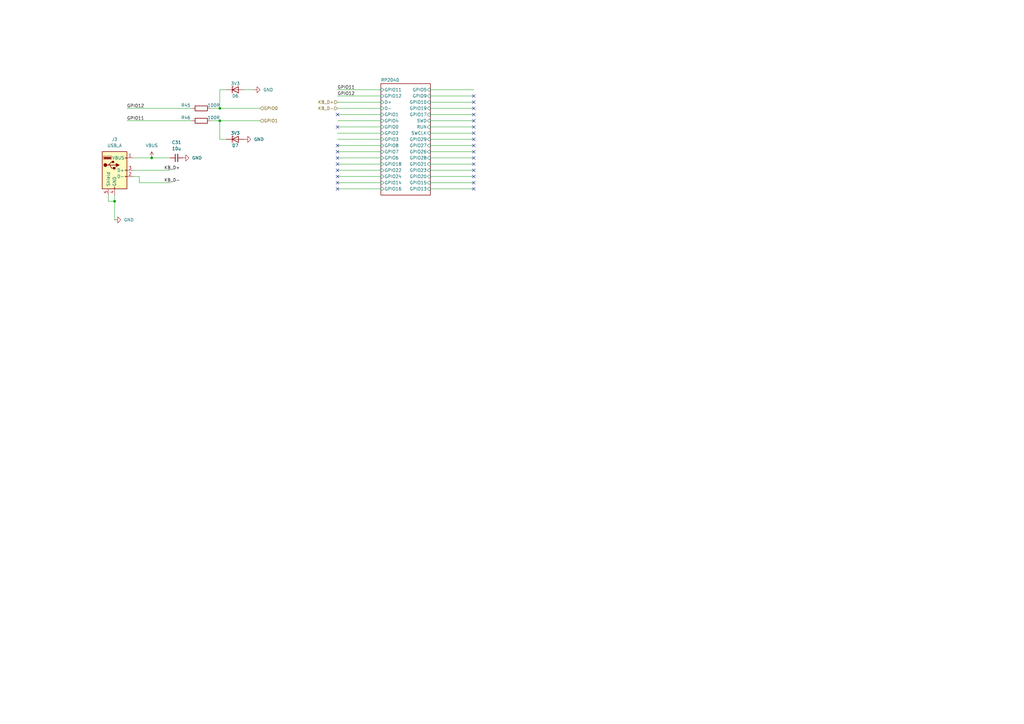
<source format=kicad_sch>
(kicad_sch (version 20231120) (generator "eeschema") (generator_version "8.0")
  (paper "A3")
  (title_block (title "FRANK2") (date "2024-11-21") (rev "1.0") (company "Mikhail Matveev") (comment 1 "https://github.com/xtremespb/frank2"))
  (lib_symbols
    (symbol "Connector:USB_A" (pin_names (offset 1.016))
      (property "Reference" "J" (at -5.08 11.43 0))
      (property "Value" "USB_A" (at -5.08 8.89 0))
      (symbol "USB_A_0_1"
        (rectangle (start -5.08 -7.62) (end 5.08 7.62) (stroke (width 0.254)) (fill (type background)))
        (circle (center -3.81 2.159) (radius 0.635) (stroke (width 0.254)) (fill (type outline)))
        (rectangle (start -1.524 4.826) (end -4.318 5.334) (fill (type outline)))
        (rectangle (start -1.27 4.572) (end -4.572 5.842))
        (circle (center -0.635 3.429) (radius 0.381) (stroke (width 0.254)) (fill (type outline)))
        (rectangle (start -0.127 -7.62) (end 0.127 -6.858))
        (polyline (pts (xy -3.175 2.159) (xy -2.54 2.159) (xy -1.27 3.429) (xy -0.635 3.429)) (stroke (width 0.254)))
        (polyline (pts (xy -2.54 2.159) (xy -1.905 2.159) (xy -1.27 0.889) (xy 0 0.889)) (stroke (width 0.254)))
        (polyline (pts (xy 0.635 2.794) (xy 0.635 1.524) (xy 1.905 2.159) (xy 0.635 2.794)) (stroke (width 0.254)) (fill (type outline)))
        (rectangle (start 0.254 1.27) (end -0.508 0.508) (stroke (width 0.254)) (fill (type outline)))
        (rectangle (start 5.08 -2.667) (end 4.318 -2.413))
        (rectangle (start 5.08 -0.127) (end 4.318 0.127))
        (rectangle (start 5.08 4.953) (end 4.318 5.207))
      )
      (symbol "USB_A_1_1"
        (polyline (pts (xy -1.905 2.159) (xy 0.635 2.159)) (stroke (width 0.254)))
        (pin power_in line (at 7.62 5.08 180) (length 2.54) (name "VBUS") (number "1"))
        (pin bidirectional line (at 7.62 -2.54 180) (length 2.54) (name "D-") (number "2"))
        (pin bidirectional line (at 7.62 0 180) (length 2.54) (name "D+") (number "3"))
        (pin power_in line (at 0 -10.16 90) (length 2.54) (name "GND") (number "4"))
        (pin passive line (at -2.54 -10.16 90) (length 2.54) (name "Shield") (number "5"))
      )
    )
    (symbol "Device:C_Small" (pin_numbers hide) (pin_names (offset 0.254) hide)
      (property "Reference" "C" (at 0.254 1.778 0))
      (property "Value" "C_Small" (at 0.254 -2.032 0))
      (symbol "C_Small_0_1"
        (polyline (pts (xy -1.524 -0.508) (xy 1.524 -0.508)) (stroke (width 0.3302)))
        (polyline (pts (xy -1.524 0.508) (xy 1.524 0.508)) (stroke (width 0.3048)))
      )
      (symbol "C_Small_1_1"
        (pin passive line (at 0 2.54 270) (length 2.032) (name "~") (number "1"))
        (pin passive line (at 0 -2.54 90) (length 2.032) (name "~") (number "2"))
      )
    )
    (symbol "Device:D_Zener" (pin_numbers hide) (pin_names (offset 1.016) hide)
      (property "Reference" "D" (at 0 2.54 0))
      (property "Value" "D_Zener" (at 0 -2.54 0))
      (symbol "D_Zener_0_1"
        (polyline (pts (xy 1.27 0) (xy -1.27 0)))
        (polyline (pts (xy -1.27 -1.27) (xy -1.27 1.27) (xy -0.762 1.27)) (stroke (width 0.254)))
        (polyline (pts (xy 1.27 -1.27) (xy 1.27 1.27) (xy -1.27 0) (xy 1.27 -1.27)) (stroke (width 0.254)))
      )
      (symbol "D_Zener_1_1"
        (pin passive line (at -3.81 0 0) (length 2.54) (name "K") (number "1"))
        (pin passive line (at 3.81 0 180) (length 2.54) (name "A") (number "2"))
      )
    )
    (symbol "Device:R" (pin_numbers hide) (pin_names (offset 0))
      (property "Reference" "R" (at 2.032 0 90))
      (property "Value" "R" (at 0 0 90))
      (symbol "R_0_1"
        (rectangle (start -1.016 -2.54) (end 1.016 2.54) (stroke (width 0.254)))
      )
      (symbol "R_1_1"
        (pin passive line (at 0 3.81 270) (length 1.27) (name "~") (number "1"))
        (pin passive line (at 0 -3.81 90) (length 1.27) (name "~") (number "2"))
      )
    )
    (symbol "GND_1" (power) (pin_numbers hide) (pin_names (offset 0) hide)
      (property "Value" "GND" (at 0 -3.81 0))
      (symbol "GND_1_0_1"
        (polyline (pts (xy 0 0) (xy 0 -1.27) (xy 1.27 -1.27) (xy 0 -2.54) (xy -1.27 -1.27) (xy 0 -1.27)))
      )
      (symbol "GND_1_1_1"
        (pin power_in line (at 0 0 270) (length 0) (name "~") (number "1"))
      )
    )
    (symbol "GND_2" (power) (pin_numbers hide) (pin_names (offset 0) hide)
      (property "Value" "GND" (at 0 -3.81 0))
      (symbol "GND_2_0_1"
        (polyline (pts (xy 0 0) (xy 0 -1.27) (xy 1.27 -1.27) (xy 0 -2.54) (xy -1.27 -1.27) (xy 0 -1.27)))
      )
      (symbol "GND_2_1_1"
        (pin power_in line (at 0 0 270) (length 0) (name "~") (number "1"))
      )
    )
    (symbol "power:GND" (power) (pin_names (offset 0))
      (property "Value" "GND" (at 0 -3.81 0))
      (symbol "GND_0_1"
        (polyline (pts (xy 0 0) (xy 0 -1.27) (xy 1.27 -1.27) (xy 0 -2.54) (xy -1.27 -1.27) (xy 0 -1.27)))
      )
      (symbol "GND_1_1"
        (pin power_in line (at 0 0 270) (length 0) hide (name "GND") (number "1"))
      )
    )
    (symbol "power:VBUS" (power) (pin_numbers hide) (pin_names (offset 0) hide)
      (property "Value" "VBUS" (at 0 3.556 0))
      (symbol "VBUS_0_1"
        (polyline (pts (xy -0.762 1.27) (xy 0 2.54)))
        (polyline (pts (xy 0 0) (xy 0 2.54)))
        (polyline (pts (xy 0 2.54) (xy 0.762 1.27)))
      )
      (symbol "VBUS_1_1"
        (pin power_in line (at 0 0 90) (length 0) (name "~") (number "1"))
      )
    )
  )
  (junction (at 90.17 49.53))
  (junction (at 46.99 82.55))
  (junction (at 90.17 44.45))
  (junction (at 62.23 64.77))
  (no_connect (at 194.31 77.47))
  (no_connect (at 194.31 44.45))
  (no_connect (at 194.31 72.39))
  (no_connect (at 138.43 46.99))
  (no_connect (at 138.43 67.31))
  (no_connect (at 138.43 64.77))
  (no_connect (at 138.43 74.93))
  (no_connect (at 138.43 62.23))
  (no_connect (at 194.31 46.99))
  (no_connect (at 194.31 49.53))
  (no_connect (at 138.43 77.47))
  (no_connect (at 138.43 59.69))
  (no_connect (at 194.31 67.31))
  (no_connect (at 194.31 39.37))
  (no_connect (at 194.31 74.93))
  (no_connect (at 194.31 41.91))
  (no_connect (at 194.31 52.07))
  (no_connect (at 194.31 57.15))
  (no_connect (at 194.31 59.69))
  (no_connect (at 194.31 62.23))
  (no_connect (at 138.43 52.07))
  (no_connect (at 194.31 64.77))
  (no_connect (at 194.31 69.85))
  (no_connect (at 138.43 69.85))
  (no_connect (at 138.43 72.39))
  (no_connect (at 194.31 54.61))
  (wire (pts (xy 176.53 62.23) (xy 194.31 62.23)))
  (wire (pts (xy 90.17 44.45) (xy 106.68 44.45)))
  (wire (pts (xy 57.15 72.39) (xy 57.15 74.93)))
  (wire (pts (xy 138.43 64.77) (xy 156.21 64.77)))
  (wire (pts (xy 52.07 49.53) (xy 78.74 49.53)))
  (wire (pts (xy 54.61 64.77) (xy 62.23 64.77)))
  (wire (pts (xy 138.43 44.45) (xy 156.21 44.45)))
  (wire (pts (xy 46.99 80.01) (xy 46.99 82.55)))
  (wire (pts (xy 92.71 57.15) (xy 90.17 57.15)))
  (wire (pts (xy 138.43 39.37) (xy 156.21 39.37)))
  (wire (pts (xy 176.53 59.69) (xy 194.31 59.69)))
  (wire (pts (xy 138.43 49.53) (xy 156.21 49.53)))
  (wire (pts (xy 90.17 49.53) (xy 86.36 49.53)))
  (wire (pts (xy 138.43 57.15) (xy 156.21 57.15)))
  (wire (pts (xy 90.17 49.53) (xy 106.68 49.53)))
  (wire (pts (xy 92.71 36.83) (xy 90.17 36.83)))
  (wire (pts (xy 138.43 46.99) (xy 156.21 46.99)))
  (wire (pts (xy 138.43 77.47) (xy 156.21 77.47)))
  (wire (pts (xy 46.99 82.55) (xy 46.99 90.17)))
  (wire (pts (xy 90.17 57.15) (xy 90.17 49.53)))
  (wire (pts (xy 176.53 39.37) (xy 194.31 39.37)))
  (wire (pts (xy 176.53 67.31) (xy 194.31 67.31)))
  (wire (pts (xy 176.53 46.99) (xy 194.31 46.99)))
  (wire (pts (xy 100.33 36.83) (xy 104.14 36.83)))
  (wire (pts (xy 138.43 72.39) (xy 156.21 72.39)))
  (wire (pts (xy 62.23 64.77) (xy 69.85 64.77)))
  (wire (pts (xy 138.43 41.91) (xy 156.21 41.91)))
  (wire (pts (xy 176.53 64.77) (xy 194.31 64.77)))
  (wire (pts (xy 52.07 44.45) (xy 78.74 44.45)))
  (wire (pts (xy 176.53 36.83) (xy 194.31 36.83)))
  (wire (pts (xy 57.15 74.93) (xy 69.85 74.93)))
  (wire (pts (xy 176.53 57.15) (xy 194.31 57.15)))
  (wire (pts (xy 176.53 77.47) (xy 194.31 77.47)))
  (wire (pts (xy 176.53 49.53) (xy 194.31 49.53)))
  (wire (pts (xy 176.53 54.61) (xy 194.31 54.61)))
  (wire (pts (xy 90.17 36.83) (xy 90.17 44.45)))
  (wire (pts (xy 54.61 72.39) (xy 57.15 72.39)))
  (wire (pts (xy 90.17 44.45) (xy 86.36 44.45)))
  (wire (pts (xy 54.61 69.85) (xy 69.85 69.85)))
  (wire (pts (xy 138.43 59.69) (xy 156.21 59.69)))
  (wire (pts (xy 138.43 74.93) (xy 156.21 74.93)))
  (wire (pts (xy 176.53 44.45) (xy 194.31 44.45)))
  (wire (pts (xy 138.43 67.31) (xy 156.21 67.31)))
  (wire (pts (xy 176.53 69.85) (xy 194.31 69.85)))
  (wire (pts (xy 44.45 82.55) (xy 46.99 82.55)))
  (wire (pts (xy 44.45 80.01) (xy 44.45 82.55)))
  (wire (pts (xy 176.53 72.39) (xy 194.31 72.39)))
  (wire (pts (xy 138.43 36.83) (xy 156.21 36.83)))
  (wire (pts (xy 138.43 52.07) (xy 156.21 52.07)))
  (wire (pts (xy 176.53 74.93) (xy 194.31 74.93)))
  (wire (pts (xy 176.53 41.91) (xy 194.31 41.91)))
  (wire (pts (xy 138.43 69.85) (xy 156.21 69.85)))
  (wire (pts (xy 176.53 52.07) (xy 194.31 52.07)))
  (wire (pts (xy 138.43 62.23) (xy 156.21 62.23)))
  (wire (pts (xy 138.43 54.61) (xy 156.21 54.61)))
  (label "GPIO12" (at 138.43 39.37 0))
  (label "GPIO11" (at 138.43 36.83 0))
  (label "GPIO12" (at 52.07 44.45 0))
  (label "GPIO11" (at 52.07 49.53 0))
  (label "KB_D-" (at 67.31 74.93 0))
  (label "KB_D+" (at 67.31 69.85 0))
  (hierarchical_label "GPIO1" (shape input) (at 106.68 49.53 0))
  (hierarchical_label "GPIO0" (shape input) (at 106.68 44.45 0))
  (hierarchical_label "KB_D+" (shape input) (at 138.43 41.91 180))
  (hierarchical_label "KB_D-" (shape input) (at 138.43 44.45 180))
  (symbol (lib_id "Device:C_Small") (at 72.39 64.77 90) (unit 1)
    (property "Reference" "C31" (at 72.3963 58.42 90))
    (property "Value" "10u" (at 72.3963 60.96 90))
    (property "Footprint" "Capacitor_SMD:C_0805_2012Metric_Pad1.18x1.45mm_HandSolder" (effects (hide yes)))
    (property "Description" "Unpolarized capacitor, small symbol" (effects (hide yes)))
  )
  (symbol (lib_id "power:GND") (at 104.14 36.83 90) (unit 1)
    (property "Reference" "#PWR062" (effects (hide yes)))
    (property "Value" "GND" (at 107.95 36.8299 90) (effects (justify right)))
  )
  (symbol (lib_id "power:GND") (at 100.33 57.15 90) (unit 1)
    (property "Reference" "#PWR061" (effects (hide yes)))
    (property "Value" "GND" (at 104.14 57.1499 90) (effects (justify right)))
  )
  (symbol (lib_id "power:VBUS") (at 62.23 64.77 0) (unit 1)
    (property "Reference" "#PWR059" (effects (hide yes)))
    (property "Value" "VBUS" (at 62.23 59.69 0))
    (property "Description" "Power symbol creates a global label with name \"VBUS\"" (effects (hide yes)))
  )
  (symbol (lib_name "GND_2") (lib_id "power:GND") (at 74.93 64.77 90) (unit 1)
    (property "Reference" "#PWR060" (effects (hide yes)))
    (property "Value" "GND" (at 78.74 64.7699 90) (effects (justify right)))
    (property "Description" "Power symbol creates a global label with name \"GND\" , ground" (effects (hide yes)))
  )
  (symbol (lib_id "Device:R") (at 82.55 44.45 90) (unit 1)
    (property "Reference" "R45" (at 76.2 43.18 90))
    (property "Value" "100R" (at 87.63 43.18 90))
    (property "Footprint" "Resistor_SMD:R_0805_2012Metric_Pad1.20x1.40mm_HandSolder" (effects (hide yes)))
  )
  (symbol (lib_id "Device:D_Zener") (at 96.52 36.83 0) (unit 1)
    (property "Reference" "D6" (at 96.52 39.37 0))
    (property "Value" "3V3" (at 96.52 34.29 0))
    (property "Footprint" "Diode_SMD:D_0805_2012Metric_Pad1.15x1.40mm_HandSolder" (effects (hide yes)))
  )
  (symbol (lib_id "Device:D_Zener") (at 96.52 57.15 0) (unit 1)
    (property "Reference" "D7" (at 96.52 59.69 0))
    (property "Value" "3V3" (at 96.52 54.61 0))
    (property "Footprint" "Diode_SMD:D_0805_2012Metric_Pad1.15x1.40mm_HandSolder" (effects (hide yes)))
  )
  (symbol (lib_name "GND_1") (lib_id "power:GND") (at 46.99 90.17 90) (unit 1)
    (property "Reference" "#PWR058" (effects (hide yes)))
    (property "Value" "GND" (at 50.8 90.1699 90) (effects (justify right)))
    (property "Description" "Power symbol creates a global label with name \"GND\" , ground" (effects (hide yes)))
  )
  (symbol (lib_id "Connector:USB_A") (at 46.99 69.85 0) (unit 1)
    (property "Reference" "J3" (at 46.99 57.15 0))
    (property "Value" "USB_A" (at 46.99 59.69 0))
    (property "Footprint" "LIBS:Medved_USB_A" (effects (hide yes)))
    (property "Description" "USB Type A connector" (effects (hide yes)))
  )
  (symbol (lib_id "Device:R") (at 82.55 49.53 90) (unit 1)
    (property "Reference" "R46" (at 76.2 48.26 90))
    (property "Value" "100R" (at 87.63 48.26 90))
    (property "Footprint" "Resistor_SMD:R_0805_2012Metric_Pad1.20x1.40mm_HandSolder" (effects (hide yes)))
  )
  (sheet (at 156.21 34.29) (size 20.32 45.72) (stroke (width 0.1524))
    (property "Sheetname" "RP2040" (at 156.21 33.5784 0) (effects (justify left bottom)))
    (property "Sheetfile" "rp2040.kicad_sch" (effects (hide yes)))
    (pin "D+" input (at 156.21 41.91 180))
    (pin "D-" input (at 156.21 44.45 180))
    (pin "GPIO11" input (at 156.21 36.83 180))
    (pin "GPIO12" input (at 156.21 39.37 180))
    (pin "GPIO1" input (at 156.21 46.99 180))
    (pin "GPIO4" input (at 156.21 49.53 180))
    (pin "GPIO0" input (at 156.21 52.07 180))
    (pin "GPIO2" input (at 156.21 54.61 180))
    (pin "GPIO3" input (at 156.21 57.15 180))
    (pin "GPIO8" input (at 156.21 59.69 180))
    (pin "GPIO7" input (at 156.21 62.23 180))
    (pin "GPIO6" input (at 156.21 64.77 180))
    (pin "GPIO5" input (at 176.53 36.83 0))
    (pin "GPIO9" input (at 176.53 39.37 0))
    (pin "GPIO10" input (at 176.53 41.91 0))
    (pin "GPIO19" input (at 176.53 44.45 0))
    (pin "GPIO17" input (at 176.53 46.99 0))
    (pin "SWD" input (at 176.53 49.53 0))
    (pin "RUN" input (at 176.53 52.07 0))
    (pin "SWCLK" input (at 176.53 54.61 0))
    (pin "GPIO29" input (at 176.53 57.15 0))
    (pin "GPIO27" input (at 176.53 59.69 0))
    (pin "GPIO26" input (at 176.53 62.23 0))
    (pin "GPIO28" input (at 176.53 64.77 0))
    (pin "GPIO18" input (at 156.21 67.31 180))
    (pin "GPIO21" input (at 176.53 67.31 0))
    (pin "GPIO22" input (at 156.21 69.85 180))
    (pin "GPIO23" input (at 176.53 69.85 0))
    (pin "GPIO24" input (at 156.21 72.39 180))
    (pin "GPIO20" input (at 176.53 72.39 0))
    (pin "GPIO14" input (at 156.21 74.93 180))
    (pin "GPIO15" input (at 176.53 74.93 0))
    (pin "GPIO16" input (at 156.21 77.47 180))
    (pin "GPIO13" input (at 176.53 77.47 0))
  )
)
</source>
